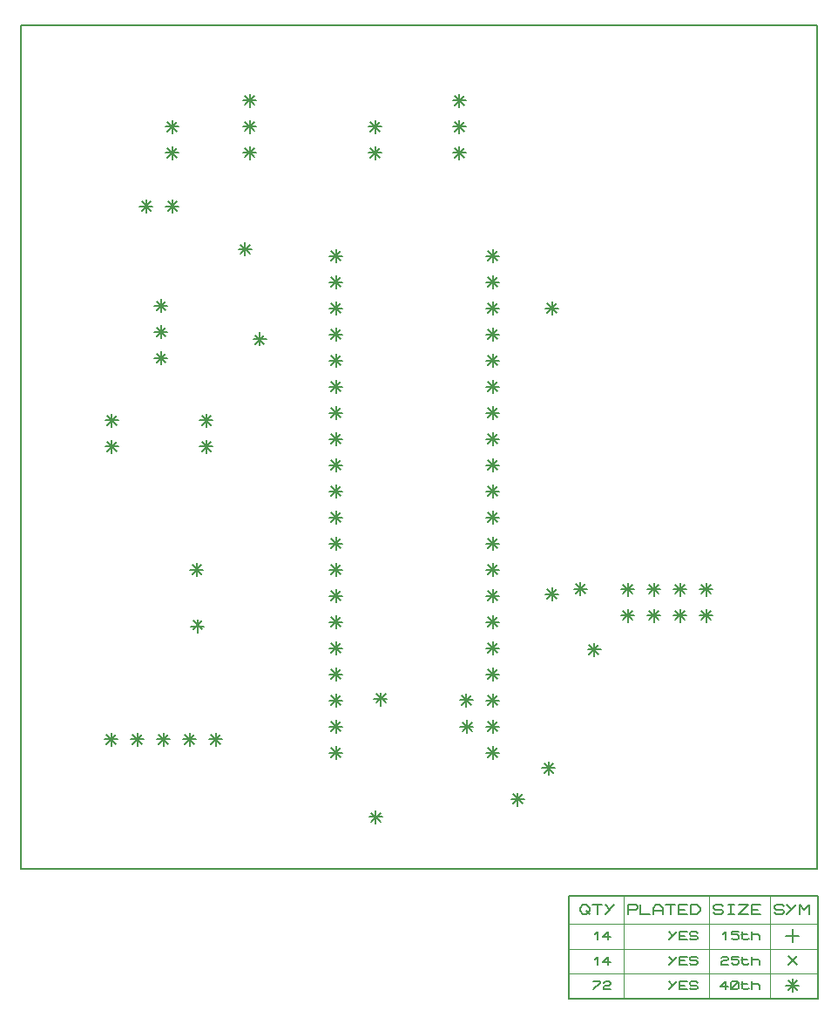
<source format=gbr>
G04 PROTEUS RS274X GERBER FILE*
%FSLAX26Y26*%
%MOIN*%
G01*
%ADD16C,0.008000*%
%ADD17C,0.005000*%
%ADD18C,0.002500*%
D16*
X+2205667Y+871267D02*
X+2205667Y+821267D01*
X+2230667Y+846267D02*
X+2180667Y+846267D01*
X+2031538Y+418530D02*
X+2031538Y+368530D01*
X+2056538Y+393530D02*
X+2006538Y+393530D01*
X+2044046Y+1084049D02*
X+2044046Y+1034049D01*
X+2069046Y+1059049D02*
X+2019046Y+1059049D01*
X+2044661Y+2177315D02*
X+2044661Y+2127315D01*
X+2069661Y+2152315D02*
X+2019661Y+2152315D01*
X+926551Y+2060681D02*
X+926551Y+2010681D01*
X+951551Y+2035681D02*
X+901551Y+2035681D01*
X+869260Y+2404431D02*
X+869260Y+2354431D01*
X+894260Y+2379431D02*
X+844260Y+2379431D01*
X+1913043Y+298597D02*
X+1913043Y+248597D01*
X+1938043Y+273597D02*
X+1888043Y+273597D01*
X+2153326Y+1104250D02*
X+2153326Y+1054250D01*
X+2178326Y+1079250D02*
X+2128326Y+1079250D01*
X+1715622Y+679112D02*
X+1715622Y+629112D01*
X+1740622Y+654112D02*
X+1690622Y+654112D01*
X+1388484Y+682830D02*
X+1388484Y+632830D01*
X+1413484Y+657830D02*
X+1363484Y+657830D01*
X+684927Y+1176724D02*
X+684927Y+1126724D01*
X+709927Y+1151724D02*
X+659927Y+1151724D01*
X+687308Y+960058D02*
X+687308Y+910058D01*
X+712308Y+935058D02*
X+662308Y+935058D01*
X+1718601Y+577365D02*
X+1718601Y+527365D01*
X+1743601Y+552365D02*
X+1693601Y+552365D01*
X+1370116Y+231406D02*
X+1370116Y+181406D01*
X+1395116Y+206406D02*
X+1345116Y+206406D01*
X+1817858Y+477409D02*
X+1817858Y+427409D01*
X+1842858Y+452409D02*
X+1792858Y+452409D01*
X+1835536Y+470087D02*
X+1800181Y+434732D01*
X+1835536Y+434732D02*
X+1800181Y+470087D01*
X+1217858Y+2177409D02*
X+1217858Y+2127409D01*
X+1242858Y+2152409D02*
X+1192858Y+2152409D01*
X+1235536Y+2170087D02*
X+1200181Y+2134732D01*
X+1235536Y+2134732D02*
X+1200181Y+2170087D01*
X+1217858Y+2377409D02*
X+1217858Y+2327409D01*
X+1242858Y+2352409D02*
X+1192858Y+2352409D01*
X+1235536Y+2370087D02*
X+1200181Y+2334732D01*
X+1235536Y+2334732D02*
X+1200181Y+2370087D01*
X+1817858Y+677409D02*
X+1817858Y+627409D01*
X+1842858Y+652409D02*
X+1792858Y+652409D01*
X+1835536Y+670087D02*
X+1800181Y+634732D01*
X+1835536Y+634732D02*
X+1800181Y+670087D01*
X+1217858Y+977409D02*
X+1217858Y+927409D01*
X+1242858Y+952409D02*
X+1192858Y+952409D01*
X+1235536Y+970087D02*
X+1200181Y+934732D01*
X+1235536Y+934732D02*
X+1200181Y+970087D01*
X+1217858Y+1077409D02*
X+1217858Y+1027409D01*
X+1242858Y+1052409D02*
X+1192858Y+1052409D01*
X+1235536Y+1070087D02*
X+1200181Y+1034732D01*
X+1235536Y+1034732D02*
X+1200181Y+1070087D01*
X+1217858Y+1177409D02*
X+1217858Y+1127409D01*
X+1242858Y+1152409D02*
X+1192858Y+1152409D01*
X+1235536Y+1170087D02*
X+1200181Y+1134732D01*
X+1235536Y+1134732D02*
X+1200181Y+1170087D01*
X+1217858Y+1277409D02*
X+1217858Y+1227409D01*
X+1242858Y+1252409D02*
X+1192858Y+1252409D01*
X+1235536Y+1270087D02*
X+1200181Y+1234732D01*
X+1235536Y+1234732D02*
X+1200181Y+1270087D01*
X+1217858Y+1377409D02*
X+1217858Y+1327409D01*
X+1242858Y+1352409D02*
X+1192858Y+1352409D01*
X+1235536Y+1370087D02*
X+1200181Y+1334732D01*
X+1235536Y+1334732D02*
X+1200181Y+1370087D01*
X+1217858Y+1477409D02*
X+1217858Y+1427409D01*
X+1242858Y+1452409D02*
X+1192858Y+1452409D01*
X+1235536Y+1470087D02*
X+1200181Y+1434732D01*
X+1235536Y+1434732D02*
X+1200181Y+1470087D01*
X+1217858Y+1577409D02*
X+1217858Y+1527409D01*
X+1242858Y+1552409D02*
X+1192858Y+1552409D01*
X+1235536Y+1570087D02*
X+1200181Y+1534732D01*
X+1235536Y+1534732D02*
X+1200181Y+1570087D01*
X+1217858Y+1677409D02*
X+1217858Y+1627409D01*
X+1242858Y+1652409D02*
X+1192858Y+1652409D01*
X+1235536Y+1670087D02*
X+1200181Y+1634732D01*
X+1235536Y+1634732D02*
X+1200181Y+1670087D01*
X+1817858Y+1977409D02*
X+1817858Y+1927409D01*
X+1842858Y+1952409D02*
X+1792858Y+1952409D01*
X+1835536Y+1970087D02*
X+1800181Y+1934732D01*
X+1835536Y+1934732D02*
X+1800181Y+1970087D01*
X+1817858Y+1877409D02*
X+1817858Y+1827409D01*
X+1842858Y+1852409D02*
X+1792858Y+1852409D01*
X+1835536Y+1870087D02*
X+1800181Y+1834732D01*
X+1835536Y+1834732D02*
X+1800181Y+1870087D01*
X+1817858Y+1777409D02*
X+1817858Y+1727409D01*
X+1842858Y+1752409D02*
X+1792858Y+1752409D01*
X+1835536Y+1770087D02*
X+1800181Y+1734732D01*
X+1835536Y+1734732D02*
X+1800181Y+1770087D01*
X+1817858Y+1677409D02*
X+1817858Y+1627409D01*
X+1842858Y+1652409D02*
X+1792858Y+1652409D01*
X+1835536Y+1670087D02*
X+1800181Y+1634732D01*
X+1835536Y+1634732D02*
X+1800181Y+1670087D01*
X+1817858Y+1577409D02*
X+1817858Y+1527409D01*
X+1842858Y+1552409D02*
X+1792858Y+1552409D01*
X+1835536Y+1570087D02*
X+1800181Y+1534732D01*
X+1835536Y+1534732D02*
X+1800181Y+1570087D01*
X+1817858Y+1477409D02*
X+1817858Y+1427409D01*
X+1842858Y+1452409D02*
X+1792858Y+1452409D01*
X+1835536Y+1470087D02*
X+1800181Y+1434732D01*
X+1835536Y+1434732D02*
X+1800181Y+1470087D01*
X+1217858Y+1777409D02*
X+1217858Y+1727409D01*
X+1242858Y+1752409D02*
X+1192858Y+1752409D01*
X+1235536Y+1770087D02*
X+1200181Y+1734732D01*
X+1235536Y+1734732D02*
X+1200181Y+1770087D01*
X+1217858Y+1877409D02*
X+1217858Y+1827409D01*
X+1242858Y+1852409D02*
X+1192858Y+1852409D01*
X+1235536Y+1870087D02*
X+1200181Y+1834732D01*
X+1235536Y+1834732D02*
X+1200181Y+1870087D01*
X+1217858Y+1977409D02*
X+1217858Y+1927409D01*
X+1242858Y+1952409D02*
X+1192858Y+1952409D01*
X+1235536Y+1970087D02*
X+1200181Y+1934732D01*
X+1235536Y+1934732D02*
X+1200181Y+1970087D01*
X+1817858Y+1377409D02*
X+1817858Y+1327409D01*
X+1842858Y+1352409D02*
X+1792858Y+1352409D01*
X+1835536Y+1370087D02*
X+1800181Y+1334732D01*
X+1835536Y+1334732D02*
X+1800181Y+1370087D01*
X+1817858Y+1277409D02*
X+1817858Y+1227409D01*
X+1842858Y+1252409D02*
X+1792858Y+1252409D01*
X+1835536Y+1270087D02*
X+1800181Y+1234732D01*
X+1835536Y+1234732D02*
X+1800181Y+1270087D01*
X+1817858Y+1177409D02*
X+1817858Y+1127409D01*
X+1842858Y+1152409D02*
X+1792858Y+1152409D01*
X+1835536Y+1170087D02*
X+1800181Y+1134732D01*
X+1835536Y+1134732D02*
X+1800181Y+1170087D01*
X+1817858Y+1077409D02*
X+1817858Y+1027409D01*
X+1842858Y+1052409D02*
X+1792858Y+1052409D01*
X+1835536Y+1070087D02*
X+1800181Y+1034732D01*
X+1835536Y+1034732D02*
X+1800181Y+1070087D01*
X+1817858Y+977409D02*
X+1817858Y+927409D01*
X+1842858Y+952409D02*
X+1792858Y+952409D01*
X+1835536Y+970087D02*
X+1800181Y+934732D01*
X+1835536Y+934732D02*
X+1800181Y+970087D01*
X+1817858Y+877409D02*
X+1817858Y+827409D01*
X+1842858Y+852409D02*
X+1792858Y+852409D01*
X+1835536Y+870087D02*
X+1800181Y+834732D01*
X+1835536Y+834732D02*
X+1800181Y+870087D01*
X+1817858Y+777409D02*
X+1817858Y+727409D01*
X+1842858Y+752409D02*
X+1792858Y+752409D01*
X+1835536Y+770087D02*
X+1800181Y+734732D01*
X+1835536Y+734732D02*
X+1800181Y+770087D01*
X+1217858Y+2077409D02*
X+1217858Y+2027409D01*
X+1242858Y+2052409D02*
X+1192858Y+2052409D01*
X+1235536Y+2070087D02*
X+1200181Y+2034732D01*
X+1235536Y+2034732D02*
X+1200181Y+2070087D01*
X+1817858Y+2377409D02*
X+1817858Y+2327409D01*
X+1842858Y+2352409D02*
X+1792858Y+2352409D01*
X+1835536Y+2370087D02*
X+1800181Y+2334732D01*
X+1835536Y+2334732D02*
X+1800181Y+2370087D01*
X+1817858Y+2277409D02*
X+1817858Y+2227409D01*
X+1842858Y+2252409D02*
X+1792858Y+2252409D01*
X+1835536Y+2270087D02*
X+1800181Y+2234732D01*
X+1835536Y+2234732D02*
X+1800181Y+2270087D01*
X+1817858Y+2177409D02*
X+1817858Y+2127409D01*
X+1842858Y+2152409D02*
X+1792858Y+2152409D01*
X+1835536Y+2170087D02*
X+1800181Y+2134732D01*
X+1835536Y+2134732D02*
X+1800181Y+2170087D01*
X+1817858Y+2077409D02*
X+1817858Y+2027409D01*
X+1842858Y+2052409D02*
X+1792858Y+2052409D01*
X+1835536Y+2070087D02*
X+1800181Y+2034732D01*
X+1835536Y+2034732D02*
X+1800181Y+2070087D01*
X+1217858Y+577409D02*
X+1217858Y+527409D01*
X+1242858Y+552409D02*
X+1192858Y+552409D01*
X+1235536Y+570087D02*
X+1200181Y+534732D01*
X+1235536Y+534732D02*
X+1200181Y+570087D01*
X+1217858Y+677409D02*
X+1217858Y+627409D01*
X+1242858Y+652409D02*
X+1192858Y+652409D01*
X+1235536Y+670087D02*
X+1200181Y+634732D01*
X+1235536Y+634732D02*
X+1200181Y+670087D01*
X+1217858Y+777409D02*
X+1217858Y+727409D01*
X+1242858Y+752409D02*
X+1192858Y+752409D01*
X+1235536Y+770087D02*
X+1200181Y+734732D01*
X+1235536Y+734732D02*
X+1200181Y+770087D01*
X+1817858Y+577409D02*
X+1817858Y+527409D01*
X+1842858Y+552409D02*
X+1792858Y+552409D01*
X+1835536Y+570087D02*
X+1800181Y+534732D01*
X+1835536Y+534732D02*
X+1800181Y+570087D01*
X+1217858Y+2277409D02*
X+1217858Y+2227409D01*
X+1242858Y+2252409D02*
X+1192858Y+2252409D01*
X+1235536Y+2270087D02*
X+1200181Y+2234732D01*
X+1235536Y+2234732D02*
X+1200181Y+2270087D01*
X+1217858Y+877409D02*
X+1217858Y+827409D01*
X+1242858Y+852409D02*
X+1192858Y+852409D01*
X+1235536Y+870087D02*
X+1200181Y+834732D01*
X+1235536Y+834732D02*
X+1200181Y+870087D01*
X+1217858Y+477409D02*
X+1217858Y+427409D01*
X+1242858Y+452409D02*
X+1192858Y+452409D01*
X+1235536Y+470087D02*
X+1200181Y+434732D01*
X+1235536Y+434732D02*
X+1200181Y+470087D01*
X+357480Y+528937D02*
X+357480Y+478937D01*
X+382480Y+503937D02*
X+332480Y+503937D01*
X+375158Y+521615D02*
X+339803Y+486259D01*
X+375158Y+486259D02*
X+339803Y+521615D01*
X+457480Y+528937D02*
X+457480Y+478937D01*
X+482480Y+503937D02*
X+432480Y+503937D01*
X+475158Y+521615D02*
X+439803Y+486259D01*
X+475158Y+486259D02*
X+439803Y+521615D01*
X+557480Y+528937D02*
X+557480Y+478937D01*
X+582480Y+503937D02*
X+532480Y+503937D01*
X+575158Y+521615D02*
X+539803Y+486259D01*
X+575158Y+486259D02*
X+539803Y+521615D01*
X+657480Y+528937D02*
X+657480Y+478937D01*
X+682480Y+503937D02*
X+632480Y+503937D01*
X+675158Y+521615D02*
X+639803Y+486259D01*
X+675158Y+486259D02*
X+639803Y+521615D01*
X+757480Y+528937D02*
X+757480Y+478937D01*
X+782480Y+503937D02*
X+732480Y+503937D01*
X+775158Y+521615D02*
X+739803Y+486259D01*
X+775158Y+486259D02*
X+739803Y+521615D01*
X+2533866Y+1002638D02*
X+2533866Y+952638D01*
X+2558866Y+977638D02*
X+2508866Y+977638D01*
X+2551544Y+995315D02*
X+2516189Y+959960D01*
X+2551544Y+959960D02*
X+2516189Y+995315D01*
X+2533866Y+1102638D02*
X+2533866Y+1052638D01*
X+2558866Y+1077638D02*
X+2508866Y+1077638D01*
X+2551544Y+1095315D02*
X+2516189Y+1059960D01*
X+2551544Y+1059960D02*
X+2516189Y+1095315D01*
X+2633866Y+1002638D02*
X+2633866Y+952638D01*
X+2658866Y+977638D02*
X+2608866Y+977638D01*
X+2651544Y+995315D02*
X+2616189Y+959960D01*
X+2651544Y+959960D02*
X+2616189Y+995315D01*
X+2333866Y+1102638D02*
X+2333866Y+1052638D01*
X+2358866Y+1077638D02*
X+2308866Y+1077638D01*
X+2351544Y+1095315D02*
X+2316189Y+1059960D01*
X+2351544Y+1059960D02*
X+2316189Y+1095315D01*
X+2333866Y+1002638D02*
X+2333866Y+952638D01*
X+2358866Y+977638D02*
X+2308866Y+977638D01*
X+2351544Y+995315D02*
X+2316189Y+959960D01*
X+2351544Y+959960D02*
X+2316189Y+995315D01*
X+2433866Y+1102638D02*
X+2433866Y+1052638D01*
X+2458866Y+1077638D02*
X+2408866Y+1077638D01*
X+2451544Y+1095315D02*
X+2416189Y+1059960D01*
X+2451544Y+1059960D02*
X+2416189Y+1095315D01*
X+2433866Y+1002638D02*
X+2433866Y+952638D01*
X+2458866Y+977638D02*
X+2408866Y+977638D01*
X+2451544Y+995315D02*
X+2416189Y+959960D01*
X+2451544Y+959960D02*
X+2416189Y+995315D01*
X+2633866Y+1102638D02*
X+2633866Y+1052638D01*
X+2658866Y+1077638D02*
X+2608866Y+1077638D01*
X+2651544Y+1095315D02*
X+2616189Y+1059960D01*
X+2651544Y+1059960D02*
X+2616189Y+1095315D01*
X+590551Y+2771457D02*
X+590551Y+2721457D01*
X+615551Y+2746457D02*
X+565551Y+2746457D01*
X+608229Y+2764134D02*
X+572874Y+2728779D01*
X+608229Y+2728779D02*
X+572874Y+2764134D01*
X+590551Y+2871457D02*
X+590551Y+2821457D01*
X+615551Y+2846457D02*
X+565551Y+2846457D01*
X+608229Y+2864134D02*
X+572874Y+2828779D01*
X+608229Y+2828779D02*
X+572874Y+2864134D01*
X+887181Y+2772591D02*
X+887181Y+2722591D01*
X+912181Y+2747591D02*
X+862181Y+2747591D01*
X+904859Y+2765268D02*
X+869504Y+2729913D01*
X+904859Y+2729913D02*
X+869504Y+2765268D01*
X+887181Y+2872591D02*
X+887181Y+2822591D01*
X+912181Y+2847591D02*
X+862181Y+2847591D01*
X+904859Y+2865268D02*
X+869504Y+2829913D01*
X+904859Y+2829913D02*
X+869504Y+2865268D01*
X+887181Y+2972591D02*
X+887181Y+2922591D01*
X+912181Y+2947591D02*
X+862181Y+2947591D01*
X+904859Y+2965268D02*
X+869504Y+2929913D01*
X+904859Y+2929913D02*
X+869504Y+2965268D01*
X+548598Y+2186764D02*
X+548598Y+2136764D01*
X+573598Y+2161764D02*
X+523598Y+2161764D01*
X+566276Y+2179441D02*
X+530921Y+2144086D01*
X+566276Y+2144086D02*
X+530921Y+2179441D01*
X+548598Y+2086764D02*
X+548598Y+2036764D01*
X+573598Y+2061764D02*
X+523598Y+2061764D01*
X+566276Y+2079441D02*
X+530921Y+2044086D01*
X+566276Y+2044086D02*
X+530921Y+2079441D01*
X+548598Y+1986764D02*
X+548598Y+1936764D01*
X+573598Y+1961764D02*
X+523598Y+1961764D01*
X+566276Y+1979441D02*
X+530921Y+1944086D01*
X+566276Y+1944086D02*
X+530921Y+1979441D01*
X+1690331Y+2771803D02*
X+1690331Y+2721803D01*
X+1715331Y+2746803D02*
X+1665331Y+2746803D01*
X+1708008Y+2764481D02*
X+1672653Y+2729126D01*
X+1708008Y+2729126D02*
X+1672653Y+2764481D01*
X+1690331Y+2871803D02*
X+1690331Y+2821803D01*
X+1715331Y+2846803D02*
X+1665331Y+2846803D01*
X+1708008Y+2864481D02*
X+1672653Y+2829126D01*
X+1708008Y+2829126D02*
X+1672653Y+2864481D01*
X+1690331Y+2971803D02*
X+1690331Y+2921803D01*
X+1715331Y+2946803D02*
X+1665331Y+2946803D01*
X+1708008Y+2964481D02*
X+1672653Y+2929126D01*
X+1708008Y+2929126D02*
X+1672653Y+2964481D01*
X+721827Y+1648181D02*
X+721827Y+1598181D01*
X+746827Y+1623181D02*
X+696827Y+1623181D01*
X+739504Y+1640859D02*
X+704149Y+1605504D01*
X+739504Y+1605504D02*
X+704149Y+1640859D01*
X+721827Y+1748181D02*
X+721827Y+1698181D01*
X+746827Y+1723181D02*
X+696827Y+1723181D01*
X+739504Y+1740859D02*
X+704149Y+1705504D01*
X+739504Y+1705504D02*
X+704149Y+1740859D01*
X+359622Y+1748181D02*
X+359622Y+1698181D01*
X+384622Y+1723181D02*
X+334622Y+1723181D01*
X+377300Y+1740859D02*
X+341944Y+1705504D01*
X+377300Y+1705504D02*
X+341944Y+1740859D01*
X+359622Y+1648181D02*
X+359622Y+1598181D01*
X+384622Y+1623181D02*
X+334622Y+1623181D01*
X+377300Y+1640859D02*
X+341944Y+1605504D01*
X+377300Y+1605504D02*
X+341944Y+1640859D01*
X+491906Y+2567079D02*
X+491906Y+2517079D01*
X+516906Y+2542079D02*
X+466906Y+2542079D01*
X+509583Y+2559756D02*
X+474228Y+2524401D01*
X+509583Y+2524401D02*
X+474228Y+2559756D01*
X+591906Y+2567079D02*
X+591906Y+2517079D01*
X+616906Y+2542079D02*
X+566906Y+2542079D01*
X+609583Y+2559756D02*
X+574228Y+2524401D01*
X+609583Y+2524401D02*
X+574228Y+2559756D01*
X+1367496Y+2871803D02*
X+1367496Y+2821803D01*
X+1392496Y+2846803D02*
X+1342496Y+2846803D01*
X+1385174Y+2864481D02*
X+1349819Y+2829126D01*
X+1385174Y+2829126D02*
X+1349819Y+2864481D01*
X+1367496Y+2771803D02*
X+1367496Y+2721803D01*
X+1392496Y+2746803D02*
X+1342496Y+2746803D01*
X+1385174Y+2764481D02*
X+1349819Y+2729126D01*
X+1385174Y+2729126D02*
X+1349819Y+2764481D01*
X+2060985Y+2171221D02*
X+2025630Y+2135866D01*
X+2060985Y+2135866D02*
X+2025630Y+2171221D01*
X+2171221Y+1096418D02*
X+2135866Y+1061063D01*
X+2171221Y+1061063D02*
X+2135866Y+1096418D01*
X+2060985Y+1076733D02*
X+2025630Y+1041378D01*
X+2060985Y+1041378D02*
X+2025630Y+1076733D01*
X+2222402Y+864134D02*
X+2187047Y+828779D01*
X+2222402Y+828779D02*
X+2187047Y+864134D01*
X+2049174Y+411378D02*
X+2013819Y+376023D01*
X+2049174Y+376023D02*
X+2013819Y+411378D01*
X+1931063Y+293268D02*
X+1895708Y+257913D01*
X+1931063Y+257913D02*
X+1895708Y+293268D01*
X+1734213Y+671221D02*
X+1698858Y+635866D01*
X+1734213Y+635866D02*
X+1698858Y+671221D01*
X+1738150Y+568859D02*
X+1702795Y+533504D01*
X+1738150Y+533504D02*
X+1702795Y+568859D01*
X+1407441Y+679095D02*
X+1372086Y+643740D01*
X+1407441Y+643740D02*
X+1372086Y+679095D01*
X+1387756Y+222402D02*
X+1352401Y+187047D01*
X+1387756Y+187047D02*
X+1352401Y+222402D01*
X+702717Y+1171221D02*
X+667362Y+1135866D01*
X+702717Y+1135866D02*
X+667362Y+1171221D01*
X+706654Y+958622D02*
X+671299Y+923267D01*
X+706654Y+923267D02*
X+671299Y+958622D01*
X+887756Y+2395630D02*
X+852401Y+2360275D01*
X+887756Y+2360275D02*
X+852401Y+2395630D01*
X+942874Y+2049174D02*
X+907519Y+2013819D01*
X+942874Y+2013819D02*
X+907519Y+2049174D01*
X+12567Y+9362D02*
X+3058165Y+9362D01*
X+3058165Y+3233630D01*
X+12567Y+3233630D01*
X+12567Y+9362D01*
D17*
X+2109165Y-489638D02*
X+3062165Y-489638D01*
X+3062165Y-94638D01*
X+2109165Y-94638D01*
X+2109165Y-489638D01*
D18*
X+2878165Y-94638D02*
X+2878165Y-489638D01*
X+2646165Y-94638D02*
X+2646165Y-489638D01*
X+2318165Y-94638D02*
X+2318165Y-489638D01*
X+3062165Y-202138D02*
X+2109165Y-202138D01*
X+3062165Y-297138D02*
X+2109165Y-297138D01*
X+3062165Y-392138D02*
X+2109165Y-392138D01*
D17*
X+2895665Y-159138D02*
X+2901665Y-165138D01*
X+2925665Y-165138D01*
X+2931665Y-159138D01*
X+2931665Y-153138D01*
X+2925665Y-147138D01*
X+2901665Y-147138D01*
X+2895665Y-141138D01*
X+2895665Y-135138D01*
X+2901665Y-129138D01*
X+2925665Y-129138D01*
X+2931665Y-135138D01*
X+2979665Y-129138D02*
X+2943665Y-165138D01*
X+2943665Y-129138D02*
X+2961665Y-147138D01*
X+2991665Y-165138D02*
X+2991665Y-129138D01*
X+3009665Y-147138D01*
X+3027665Y-129138D01*
X+3027665Y-165138D01*
X+2663665Y-159138D02*
X+2669665Y-165138D01*
X+2693665Y-165138D01*
X+2699665Y-159138D01*
X+2699665Y-153138D01*
X+2693665Y-147138D01*
X+2669665Y-147138D01*
X+2663665Y-141138D01*
X+2663665Y-135138D01*
X+2669665Y-129138D01*
X+2693665Y-129138D01*
X+2699665Y-135138D01*
X+2717665Y-129138D02*
X+2741665Y-129138D01*
X+2729665Y-129138D02*
X+2729665Y-165138D01*
X+2717665Y-165138D02*
X+2741665Y-165138D01*
X+2759665Y-129138D02*
X+2795665Y-129138D01*
X+2759665Y-165138D01*
X+2795665Y-165138D01*
X+2843665Y-165138D02*
X+2807665Y-165138D01*
X+2807665Y-129138D01*
X+2843665Y-129138D01*
X+2807665Y-147138D02*
X+2831665Y-147138D01*
X+2335665Y-165138D02*
X+2335665Y-129138D01*
X+2365665Y-129138D01*
X+2371665Y-135138D01*
X+2371665Y-141138D01*
X+2365665Y-147138D01*
X+2335665Y-147138D01*
X+2383665Y-129138D02*
X+2383665Y-165138D01*
X+2419665Y-165138D01*
X+2431665Y-165138D02*
X+2431665Y-141138D01*
X+2443665Y-129138D01*
X+2455665Y-129138D01*
X+2467665Y-141138D01*
X+2467665Y-165138D01*
X+2431665Y-153138D02*
X+2467665Y-153138D01*
X+2479665Y-129138D02*
X+2515665Y-129138D01*
X+2497665Y-129138D02*
X+2497665Y-165138D01*
X+2563665Y-165138D02*
X+2527665Y-165138D01*
X+2527665Y-129138D01*
X+2563665Y-129138D01*
X+2527665Y-147138D02*
X+2551665Y-147138D01*
X+2575665Y-165138D02*
X+2575665Y-129138D01*
X+2599665Y-129138D01*
X+2611665Y-141138D01*
X+2611665Y-153138D01*
X+2599665Y-165138D01*
X+2575665Y-165138D01*
X+2151665Y-141138D02*
X+2163665Y-129138D01*
X+2175665Y-129138D01*
X+2187665Y-141138D01*
X+2187665Y-153138D01*
X+2175665Y-165138D01*
X+2163665Y-165138D01*
X+2151665Y-153138D01*
X+2151665Y-141138D01*
X+2175665Y-153138D02*
X+2187665Y-165138D01*
X+2199665Y-129138D02*
X+2235665Y-129138D01*
X+2217665Y-129138D02*
X+2217665Y-165138D01*
X+2283665Y-129138D02*
X+2247665Y-165138D01*
X+2247665Y-129138D02*
X+2265665Y-147138D01*
D16*
X+2965165Y-222138D02*
X+2965165Y-272138D01*
X+2990165Y-247138D02*
X+2940165Y-247138D01*
D17*
X+2698165Y-242138D02*
X+2708165Y-232138D01*
X+2708165Y-262138D01*
X+2758165Y-232138D02*
X+2733165Y-232138D01*
X+2733165Y-242138D01*
X+2753165Y-242138D01*
X+2758165Y-247138D01*
X+2758165Y-257138D01*
X+2753165Y-262138D01*
X+2738165Y-262138D01*
X+2733165Y-257138D01*
X+2773165Y-232138D02*
X+2773165Y-257138D01*
X+2778165Y-262138D01*
X+2793165Y-262138D01*
X+2798165Y-257138D01*
X+2768165Y-242138D02*
X+2793165Y-242138D01*
X+2838165Y-262138D02*
X+2838165Y-247138D01*
X+2833165Y-242138D01*
X+2813165Y-242138D01*
X+2808165Y-247138D01*
X+2808165Y-232138D02*
X+2808165Y-262138D01*
X+2521165Y-232138D02*
X+2491165Y-262138D01*
X+2491165Y-232138D02*
X+2506165Y-247138D01*
X+2561165Y-262138D02*
X+2531165Y-262138D01*
X+2531165Y-232138D01*
X+2561165Y-232138D01*
X+2531165Y-247138D02*
X+2551165Y-247138D01*
X+2571165Y-257138D02*
X+2576165Y-262138D01*
X+2596165Y-262138D01*
X+2601165Y-257138D01*
X+2601165Y-252138D01*
X+2596165Y-247138D01*
X+2576165Y-247138D01*
X+2571165Y-242138D01*
X+2571165Y-237138D01*
X+2576165Y-232138D01*
X+2596165Y-232138D01*
X+2601165Y-237138D01*
X+2208165Y-242138D02*
X+2218165Y-232138D01*
X+2218165Y-262138D01*
X+2268165Y-252138D02*
X+2238165Y-252138D01*
X+2258165Y-232138D01*
X+2258165Y-262138D01*
D16*
X+2982843Y-324460D02*
X+2947488Y-359815D01*
X+2982843Y-359815D02*
X+2947488Y-324460D01*
D17*
X+2693165Y-332138D02*
X+2698165Y-327138D01*
X+2713165Y-327138D01*
X+2718165Y-332138D01*
X+2718165Y-337138D01*
X+2713165Y-342138D01*
X+2698165Y-342138D01*
X+2693165Y-347138D01*
X+2693165Y-357138D01*
X+2718165Y-357138D01*
X+2758165Y-327138D02*
X+2733165Y-327138D01*
X+2733165Y-337138D01*
X+2753165Y-337138D01*
X+2758165Y-342138D01*
X+2758165Y-352138D01*
X+2753165Y-357138D01*
X+2738165Y-357138D01*
X+2733165Y-352138D01*
X+2773165Y-327138D02*
X+2773165Y-352138D01*
X+2778165Y-357138D01*
X+2793165Y-357138D01*
X+2798165Y-352138D01*
X+2768165Y-337138D02*
X+2793165Y-337138D01*
X+2838165Y-357138D02*
X+2838165Y-342138D01*
X+2833165Y-337138D01*
X+2813165Y-337138D01*
X+2808165Y-342138D01*
X+2808165Y-327138D02*
X+2808165Y-357138D01*
X+2521165Y-327138D02*
X+2491165Y-357138D01*
X+2491165Y-327138D02*
X+2506165Y-342138D01*
X+2561165Y-357138D02*
X+2531165Y-357138D01*
X+2531165Y-327138D01*
X+2561165Y-327138D01*
X+2531165Y-342138D02*
X+2551165Y-342138D01*
X+2571165Y-352138D02*
X+2576165Y-357138D01*
X+2596165Y-357138D01*
X+2601165Y-352138D01*
X+2601165Y-347138D01*
X+2596165Y-342138D01*
X+2576165Y-342138D01*
X+2571165Y-337138D01*
X+2571165Y-332138D01*
X+2576165Y-327138D01*
X+2596165Y-327138D01*
X+2601165Y-332138D01*
X+2208165Y-337138D02*
X+2218165Y-327138D01*
X+2218165Y-357138D01*
X+2268165Y-347138D02*
X+2238165Y-347138D01*
X+2258165Y-327138D01*
X+2258165Y-357138D01*
D16*
X+2965165Y-412138D02*
X+2965165Y-462138D01*
X+2990165Y-437138D02*
X+2940165Y-437138D01*
X+2982843Y-419460D02*
X+2947488Y-454815D01*
X+2982843Y-454815D02*
X+2947488Y-419460D01*
D17*
X+2718165Y-442138D02*
X+2688165Y-442138D01*
X+2708165Y-422138D01*
X+2708165Y-452138D01*
X+2728165Y-447138D02*
X+2728165Y-427138D01*
X+2733165Y-422138D01*
X+2753165Y-422138D01*
X+2758165Y-427138D01*
X+2758165Y-447138D01*
X+2753165Y-452138D01*
X+2733165Y-452138D01*
X+2728165Y-447138D01*
X+2728165Y-452138D02*
X+2758165Y-422138D01*
X+2773165Y-422138D02*
X+2773165Y-447138D01*
X+2778165Y-452138D01*
X+2793165Y-452138D01*
X+2798165Y-447138D01*
X+2768165Y-432138D02*
X+2793165Y-432138D01*
X+2838165Y-452138D02*
X+2838165Y-437138D01*
X+2833165Y-432138D01*
X+2813165Y-432138D01*
X+2808165Y-437138D01*
X+2808165Y-422138D02*
X+2808165Y-452138D01*
X+2521165Y-422138D02*
X+2491165Y-452138D01*
X+2491165Y-422138D02*
X+2506165Y-437138D01*
X+2561165Y-452138D02*
X+2531165Y-452138D01*
X+2531165Y-422138D01*
X+2561165Y-422138D01*
X+2531165Y-437138D02*
X+2551165Y-437138D01*
X+2571165Y-447138D02*
X+2576165Y-452138D01*
X+2596165Y-452138D01*
X+2601165Y-447138D01*
X+2601165Y-442138D01*
X+2596165Y-437138D01*
X+2576165Y-437138D01*
X+2571165Y-432138D01*
X+2571165Y-427138D01*
X+2576165Y-422138D01*
X+2596165Y-422138D01*
X+2601165Y-427138D01*
X+2203165Y-422138D02*
X+2228165Y-422138D01*
X+2228165Y-427138D01*
X+2203165Y-452138D01*
X+2243165Y-427138D02*
X+2248165Y-422138D01*
X+2263165Y-422138D01*
X+2268165Y-427138D01*
X+2268165Y-432138D01*
X+2263165Y-437138D01*
X+2248165Y-437138D01*
X+2243165Y-442138D01*
X+2243165Y-452138D01*
X+2268165Y-452138D01*
M02*

</source>
